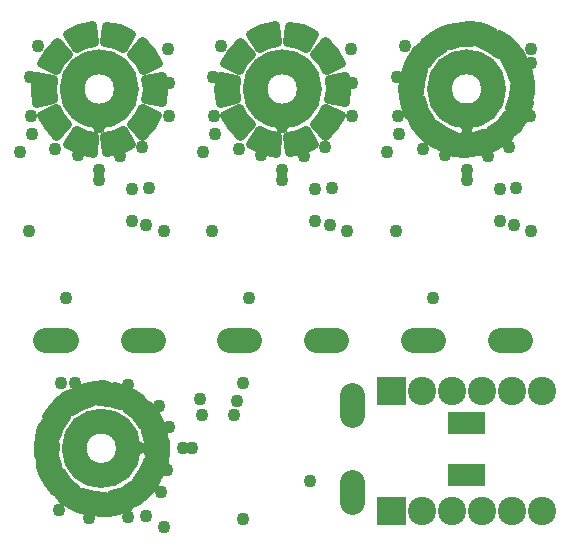
<source format=gbr>
%FSLAX34Y34*%
%MOMM*%
%LNSOLDERMASK_TOP*%
G71*
G01*
%ADD10C, 2.400*%
%ADD11R, 0.700X1.850*%
%ADD12C, 1.100*%
%ADD13C, 2.100*%
%ADD14C, 0.750*%
%ADD15R, 1.300X1.300*%
%LPD*%
G36*
X343597Y-459325D02*
X367597Y-459325D01*
X367597Y-483325D01*
X343597Y-483325D01*
X343597Y-459325D01*
G37*
X380997Y-471325D02*
G54D10*
D03*
X406397Y-471325D02*
G54D10*
D03*
X431797Y-471325D02*
G54D10*
D03*
X457197Y-471325D02*
G54D10*
D03*
X457197Y-369725D02*
G54D10*
D03*
X431797Y-369725D02*
G54D10*
D03*
X406397Y-369725D02*
G54D10*
D03*
X380997Y-369725D02*
G54D10*
D03*
G36*
X343597Y-357725D02*
X367597Y-357725D01*
X367597Y-381725D01*
X343597Y-381725D01*
X343597Y-357725D01*
G37*
X406600Y-441000D02*
G54D11*
D03*
X406600Y-397000D02*
G54D11*
D03*
X411600Y-441000D02*
G54D11*
D03*
X411600Y-397000D02*
G54D11*
D03*
X416600Y-441000D02*
G54D11*
D03*
X416600Y-397000D02*
G54D11*
D03*
X421600Y-441000D02*
G54D11*
D03*
X421600Y-397000D02*
G54D11*
D03*
X426600Y-441000D02*
G54D11*
D03*
X426600Y-397000D02*
G54D11*
D03*
X431600Y-441000D02*
G54D11*
D03*
X431600Y-397000D02*
G54D11*
D03*
X482597Y-471325D02*
G54D10*
D03*
X482597Y-369725D02*
G54D10*
D03*
X108000Y-146000D02*
G54D12*
D03*
X166000Y-80000D02*
G54D12*
D03*
X167000Y-109000D02*
G54D12*
D03*
X167000Y-137000D02*
G54D12*
D03*
X126000Y-171000D02*
G54D12*
D03*
X90000Y-170000D02*
G54D12*
D03*
X50000Y-137000D02*
G54D12*
D03*
X49000Y-104000D02*
G54D12*
D03*
X56000Y-78000D02*
G54D12*
D03*
G54D13*
X136500Y-326500D02*
X153500Y-326500D01*
G54D13*
X62500Y-326500D02*
X79500Y-326500D01*
X150000Y-198000D02*
G54D12*
D03*
X163000Y-234000D02*
G54D12*
D03*
X136000Y-226000D02*
G54D12*
D03*
X136000Y-199000D02*
G54D12*
D03*
X144000Y-163000D02*
G54D12*
D03*
X148000Y-229000D02*
G54D12*
D03*
X48500Y-234000D02*
G54D12*
D03*
X71000Y-165000D02*
G54D12*
D03*
X41000Y-167000D02*
G54D12*
D03*
X80000Y-291000D02*
G54D12*
D03*
X51000Y-152000D02*
G54D12*
D03*
X108000Y-183000D02*
G54D12*
D03*
X108000Y-191000D02*
G54D12*
D03*
G54D13*
G75*
G01X131000Y-114000D02*
G03X131000Y-114000I-23000J0D01*
G01*
G36*
X112250Y-74250D02*
X113644Y-60296D01*
X124687Y-62643D01*
X135000Y-67235D01*
X128000Y-79500D01*
X120500Y-76000D01*
X112250Y-74250D01*
G37*
G54D14*
X112250Y-74250D02*
X113644Y-60296D01*
X124687Y-62643D01*
X135000Y-67235D01*
X128000Y-79500D01*
X120500Y-76000D01*
X112250Y-74250D01*
G36*
X135119Y-84234D02*
X144449Y-73765D01*
X152003Y-82154D01*
X157648Y-91931D01*
X144775Y-97739D01*
X140765Y-90499D01*
X135119Y-84234D01*
G37*
G54D14*
X135119Y-84234D02*
X144449Y-73765D01*
X152003Y-82154D01*
X157648Y-91931D01*
X144775Y-97739D01*
X140765Y-90499D01*
X135119Y-84234D01*
G36*
X147170Y-105645D02*
X160872Y-102659D01*
X162052Y-113886D01*
X160872Y-125114D01*
X147044Y-122246D01*
X148055Y-114032D01*
X147170Y-105645D01*
G37*
G54D14*
X147170Y-105645D02*
X160872Y-102659D01*
X162052Y-113886D01*
X160872Y-125114D01*
X147044Y-122246D01*
X148055Y-114032D01*
X147170Y-105645D01*
G36*
X144491Y-130325D02*
X157332Y-135964D01*
X151687Y-145740D01*
X144133Y-154130D01*
X134631Y-143682D01*
X140277Y-137631D01*
X144491Y-130325D01*
G37*
G54D14*
X144491Y-130325D02*
X157332Y-135964D01*
X151687Y-145740D01*
X144133Y-154130D01*
X134631Y-143682D01*
X140277Y-137631D01*
X144491Y-130325D01*
G36*
X128020Y-148712D02*
X135094Y-160821D01*
X124780Y-165413D01*
X113738Y-167760D01*
X112192Y-153723D01*
X120317Y-152146D01*
X128020Y-148712D01*
G37*
G54D14*
X128020Y-148712D02*
X135094Y-160821D01*
X124780Y-165413D01*
X113738Y-167760D01*
X112192Y-153723D01*
X120317Y-152146D01*
X128020Y-148712D01*
G36*
X103777Y-153852D02*
X102383Y-167806D01*
X91340Y-165459D01*
X81027Y-160867D01*
X88027Y-148602D01*
X95527Y-152102D01*
X103777Y-153852D01*
G37*
G54D14*
X103777Y-153852D02*
X102383Y-167806D01*
X91340Y-165459D01*
X81027Y-160867D01*
X88027Y-148602D01*
X95527Y-152102D01*
X103777Y-153852D01*
G36*
X81158Y-143618D02*
X71828Y-154087D01*
X64274Y-145698D01*
X58629Y-135921D01*
X71502Y-130113D01*
X75512Y-137353D01*
X81158Y-143618D01*
G37*
G54D14*
X81158Y-143618D02*
X71828Y-154087D01*
X64274Y-145698D01*
X58629Y-135921D01*
X71502Y-130113D01*
X75512Y-137353D01*
X81158Y-143618D01*
G36*
X68607Y-122457D02*
X54904Y-125443D01*
X53724Y-114216D01*
X54904Y-102988D01*
X68733Y-105856D01*
X67722Y-114070D01*
X68607Y-122457D01*
G37*
G54D14*
X68607Y-122457D02*
X54904Y-125443D01*
X53724Y-114216D01*
X54904Y-102988D01*
X68733Y-105856D01*
X67722Y-114070D01*
X68607Y-122457D01*
G36*
X71509Y-97675D02*
X58668Y-92036D01*
X64313Y-82260D01*
X71867Y-73870D01*
X81369Y-84318D01*
X75723Y-90369D01*
X71509Y-97675D01*
G37*
G54D14*
X71509Y-97675D02*
X58668Y-92036D01*
X64313Y-82260D01*
X71867Y-73870D01*
X81369Y-84318D01*
X75723Y-90369D01*
X71509Y-97675D01*
G36*
X87980Y-79287D02*
X80906Y-67178D01*
X91219Y-62586D01*
X102262Y-60239D01*
X103808Y-74277D01*
X95683Y-75854D01*
X87980Y-79287D01*
G37*
G54D14*
X87980Y-79287D02*
X80906Y-67178D01*
X91219Y-62586D01*
X102262Y-60239D01*
X103808Y-74277D01*
X95683Y-75854D01*
X87980Y-79287D01*
X155000Y-114000D02*
G54D15*
D03*
X62000Y-114000D02*
G54D15*
D03*
G36*
X117827Y-61810D02*
X130190Y-65827D01*
X126173Y-78190D01*
X113810Y-74173D01*
X117827Y-61810D01*
G37*
G36*
X147438Y-77921D02*
X155079Y-88438D01*
X144562Y-96079D01*
X136921Y-85562D01*
X147438Y-77921D01*
G37*
G36*
X155079Y-139562D02*
X147438Y-150079D01*
X136921Y-142438D01*
X144562Y-131921D01*
X155079Y-139562D01*
G37*
G36*
X130190Y-162174D02*
X117827Y-166190D01*
X113810Y-153827D01*
X126173Y-149810D01*
X130190Y-162174D01*
G37*
G36*
X98173Y-166191D02*
X85809Y-162173D01*
X89827Y-149809D01*
X102191Y-153827D01*
X98173Y-166191D01*
G37*
G36*
X69562Y-150079D02*
X61921Y-139562D01*
X72438Y-131921D01*
X80079Y-142438D01*
X69562Y-150079D01*
G37*
G36*
X69562Y-77921D02*
X80079Y-85562D01*
X72438Y-96079D01*
X61921Y-88438D01*
X69562Y-77921D01*
G37*
G36*
X98173Y-61810D02*
X102190Y-74173D01*
X89827Y-78190D01*
X85810Y-65827D01*
X98173Y-61810D01*
G37*
X263000Y-146000D02*
G54D12*
D03*
X321000Y-80000D02*
G54D12*
D03*
X322000Y-109000D02*
G54D12*
D03*
X322000Y-137000D02*
G54D12*
D03*
X281000Y-171000D02*
G54D12*
D03*
X245000Y-170000D02*
G54D12*
D03*
X205000Y-137000D02*
G54D12*
D03*
X204000Y-104000D02*
G54D12*
D03*
X211000Y-78000D02*
G54D12*
D03*
G54D13*
X291500Y-326500D02*
X308500Y-326500D01*
G54D13*
X217500Y-326500D02*
X234500Y-326500D01*
X305000Y-198000D02*
G54D12*
D03*
X318000Y-234000D02*
G54D12*
D03*
X291000Y-226000D02*
G54D12*
D03*
X291000Y-199000D02*
G54D12*
D03*
X299000Y-163000D02*
G54D12*
D03*
X303000Y-229000D02*
G54D12*
D03*
X203500Y-234000D02*
G54D12*
D03*
X226000Y-165000D02*
G54D12*
D03*
X196000Y-167000D02*
G54D12*
D03*
X235000Y-291000D02*
G54D12*
D03*
X206000Y-152000D02*
G54D12*
D03*
X263000Y-183000D02*
G54D12*
D03*
X263000Y-191000D02*
G54D12*
D03*
G54D13*
G75*
G01X286000Y-114000D02*
G03X286000Y-114000I-23000J0D01*
G01*
G36*
X267250Y-74250D02*
X268644Y-60296D01*
X279687Y-62643D01*
X290000Y-67235D01*
X283000Y-79500D01*
X275500Y-76000D01*
X267250Y-74250D01*
G37*
G54D14*
X267250Y-74250D02*
X268644Y-60296D01*
X279687Y-62643D01*
X290000Y-67235D01*
X283000Y-79500D01*
X275500Y-76000D01*
X267250Y-74250D01*
G36*
X290119Y-84234D02*
X299449Y-73765D01*
X307003Y-82154D01*
X312648Y-91931D01*
X299775Y-97739D01*
X295765Y-90499D01*
X290119Y-84234D01*
G37*
G54D14*
X290119Y-84234D02*
X299449Y-73765D01*
X307003Y-82154D01*
X312648Y-91931D01*
X299775Y-97739D01*
X295765Y-90499D01*
X290119Y-84234D01*
G36*
X302170Y-105645D02*
X315872Y-102659D01*
X317052Y-113886D01*
X315872Y-125114D01*
X302044Y-122246D01*
X303055Y-114032D01*
X302170Y-105645D01*
G37*
G54D14*
X302170Y-105645D02*
X315872Y-102659D01*
X317052Y-113886D01*
X315872Y-125114D01*
X302044Y-122246D01*
X303055Y-114032D01*
X302170Y-105645D01*
G36*
X299491Y-130325D02*
X312332Y-135964D01*
X306687Y-145740D01*
X299133Y-154130D01*
X289631Y-143682D01*
X295277Y-137631D01*
X299491Y-130325D01*
G37*
G54D14*
X299491Y-130325D02*
X312332Y-135964D01*
X306687Y-145740D01*
X299133Y-154130D01*
X289631Y-143682D01*
X295277Y-137631D01*
X299491Y-130325D01*
G36*
X283020Y-148712D02*
X290094Y-160821D01*
X279780Y-165413D01*
X268738Y-167760D01*
X267192Y-153723D01*
X275317Y-152146D01*
X283020Y-148712D01*
G37*
G54D14*
X283020Y-148712D02*
X290094Y-160821D01*
X279780Y-165413D01*
X268738Y-167760D01*
X267192Y-153723D01*
X275317Y-152146D01*
X283020Y-148712D01*
G36*
X258777Y-153852D02*
X257383Y-167806D01*
X246340Y-165459D01*
X236027Y-160867D01*
X243027Y-148602D01*
X250527Y-152102D01*
X258777Y-153852D01*
G37*
G54D14*
X258777Y-153852D02*
X257383Y-167806D01*
X246340Y-165459D01*
X236027Y-160867D01*
X243027Y-148602D01*
X250527Y-152102D01*
X258777Y-153852D01*
G36*
X236158Y-143618D02*
X226828Y-154087D01*
X219274Y-145698D01*
X213629Y-135921D01*
X226502Y-130113D01*
X230512Y-137353D01*
X236158Y-143618D01*
G37*
G54D14*
X236158Y-143618D02*
X226828Y-154087D01*
X219274Y-145698D01*
X213629Y-135921D01*
X226502Y-130113D01*
X230512Y-137353D01*
X236158Y-143618D01*
G36*
X223607Y-122457D02*
X209904Y-125443D01*
X208724Y-114216D01*
X209904Y-102988D01*
X223733Y-105856D01*
X222722Y-114070D01*
X223607Y-122457D01*
G37*
G54D14*
X223607Y-122457D02*
X209904Y-125443D01*
X208724Y-114216D01*
X209904Y-102988D01*
X223733Y-105856D01*
X222722Y-114070D01*
X223607Y-122457D01*
G36*
X226509Y-97675D02*
X213668Y-92036D01*
X219313Y-82260D01*
X226867Y-73870D01*
X236369Y-84318D01*
X230723Y-90369D01*
X226509Y-97675D01*
G37*
G54D14*
X226509Y-97675D02*
X213668Y-92036D01*
X219313Y-82260D01*
X226867Y-73870D01*
X236369Y-84318D01*
X230723Y-90369D01*
X226509Y-97675D01*
G36*
X242980Y-79287D02*
X235906Y-67178D01*
X246219Y-62586D01*
X257262Y-60239D01*
X258808Y-74277D01*
X250683Y-75854D01*
X242980Y-79287D01*
G37*
G54D14*
X242980Y-79287D02*
X235906Y-67178D01*
X246219Y-62586D01*
X257262Y-60239D01*
X258808Y-74277D01*
X250683Y-75854D01*
X242980Y-79287D01*
X310000Y-114000D02*
G54D15*
D03*
X217000Y-114000D02*
G54D15*
D03*
G36*
X272827Y-61810D02*
X285190Y-65827D01*
X281173Y-78190D01*
X268810Y-74173D01*
X272827Y-61810D01*
G37*
G36*
X302438Y-77921D02*
X310079Y-88438D01*
X299562Y-96079D01*
X291921Y-85562D01*
X302438Y-77921D01*
G37*
G36*
X310079Y-139562D02*
X302438Y-150079D01*
X291921Y-142438D01*
X299562Y-131921D01*
X310079Y-139562D01*
G37*
G36*
X285190Y-162174D02*
X272827Y-166190D01*
X268810Y-153827D01*
X281173Y-149810D01*
X285190Y-162174D01*
G37*
G36*
X253173Y-166191D02*
X240809Y-162173D01*
X244827Y-149809D01*
X257191Y-153827D01*
X253173Y-166191D01*
G37*
G36*
X224562Y-150079D02*
X216921Y-139562D01*
X227438Y-131921D01*
X235079Y-142438D01*
X224562Y-150079D01*
G37*
G36*
X224562Y-77921D02*
X235079Y-85562D01*
X227438Y-96079D01*
X216921Y-88438D01*
X224562Y-77921D01*
G37*
G36*
X253173Y-61810D02*
X257190Y-74173D01*
X244827Y-78190D01*
X240810Y-65827D01*
X253173Y-61810D01*
G37*
X141750Y-418250D02*
G54D12*
D03*
X75750Y-363250D02*
G54D12*
D03*
X87750Y-363250D02*
G54D12*
D03*
X132750Y-364250D02*
G54D12*
D03*
X166750Y-400250D02*
G54D12*
D03*
X165750Y-436250D02*
G54D12*
D03*
X132750Y-476250D02*
G54D12*
D03*
X99750Y-477250D02*
G54D12*
D03*
X73750Y-470250D02*
G54D12*
D03*
G54D13*
X322250Y-389750D02*
X322250Y-372750D01*
G54D13*
X322250Y-463750D02*
X322250Y-446750D01*
X193750Y-376250D02*
G54D12*
D03*
X229750Y-363250D02*
G54D12*
D03*
X221750Y-390250D02*
G54D12*
D03*
X194750Y-390250D02*
G54D12*
D03*
X158750Y-382250D02*
G54D12*
D03*
X224750Y-378250D02*
G54D12*
D03*
X229750Y-477750D02*
G54D12*
D03*
X160750Y-455250D02*
G54D12*
D03*
X162750Y-485250D02*
G54D12*
D03*
X286750Y-446250D02*
G54D12*
D03*
X147750Y-475250D02*
G54D12*
D03*
X178750Y-418250D02*
G54D12*
D03*
X186750Y-418250D02*
G54D12*
D03*
G36*
X149333Y-422292D02*
X161957Y-408286D01*
X161751Y-403191D01*
X158896Y-395651D01*
X155045Y-388832D01*
X149746Y-381958D01*
X147174Y-403900D01*
X149360Y-412045D01*
X149333Y-422292D01*
G37*
G54D14*
X149333Y-422292D02*
X161957Y-408286D01*
X161751Y-403191D01*
X158896Y-395651D01*
X155045Y-388832D01*
X149746Y-381958D01*
X147174Y-403900D01*
X149360Y-412045D01*
X149333Y-422292D01*
G36*
X139394Y-444797D02*
X157839Y-440886D01*
X160668Y-436643D01*
X162789Y-428865D01*
X163682Y-421085D01*
X163436Y-412409D01*
X148457Y-428648D01*
X145438Y-436522D01*
X139394Y-444797D01*
G37*
G54D14*
X139394Y-444797D02*
X157839Y-440886D01*
X160668Y-436643D01*
X162789Y-428865D01*
X163682Y-421085D01*
X163436Y-412409D01*
X148457Y-428648D01*
X145438Y-436522D01*
X139394Y-444797D01*
G36*
X117986Y-457125D02*
X135207Y-464802D01*
X139990Y-463033D01*
X146277Y-457987D01*
X151573Y-452217D01*
X156474Y-445054D01*
X134811Y-449387D01*
X127740Y-453984D01*
X117986Y-457125D01*
G37*
G54D14*
X117986Y-457125D02*
X135207Y-464802D01*
X139990Y-463033D01*
X146277Y-457987D01*
X151573Y-452217D01*
X156474Y-445054D01*
X134811Y-449387D01*
X127740Y-453984D01*
X117986Y-457125D01*
G36*
X93788Y-454844D02*
X103207Y-471178D01*
X108116Y-472557D01*
X116169Y-472171D01*
X123845Y-470616D01*
X132020Y-467701D01*
X111947Y-458474D01*
X103525Y-458036D01*
X93788Y-454844D01*
G37*
G54D14*
X93788Y-454844D02*
X103207Y-471178D01*
X108116Y-472557D01*
X116169Y-472171D01*
X123845Y-470616D01*
X132020Y-467701D01*
X111947Y-458474D01*
X103525Y-458036D01*
X93788Y-454844D01*
G36*
X75366Y-438120D02*
X73386Y-456871D01*
X76546Y-460872D01*
X83288Y-465294D01*
X90412Y-468547D01*
X98739Y-470994D01*
X87924Y-451730D01*
X81367Y-446426D01*
X75366Y-438120D01*
G37*
G54D14*
X75366Y-438120D02*
X73386Y-456871D01*
X76546Y-460872D01*
X83288Y-465294D01*
X90412Y-468547D01*
X98739Y-470994D01*
X87924Y-451730D01*
X81367Y-446426D01*
X75366Y-438120D01*
G36*
X70180Y-414193D02*
X57556Y-428199D01*
X57762Y-433294D01*
X60617Y-440834D01*
X64468Y-447653D01*
X69766Y-454527D01*
X72339Y-432586D01*
X70153Y-424440D01*
X70180Y-414193D01*
G37*
G54D14*
X70180Y-414193D02*
X57556Y-428199D01*
X57762Y-433294D01*
X60617Y-440834D01*
X64468Y-447653D01*
X69766Y-454527D01*
X72339Y-432586D01*
X70153Y-424440D01*
X70180Y-414193D01*
G36*
X80224Y-391677D02*
X61779Y-395588D01*
X58951Y-399831D01*
X56829Y-407609D01*
X55937Y-415390D01*
X56182Y-424065D01*
X71161Y-407826D01*
X74180Y-399952D01*
X80224Y-391677D01*
G37*
G54D14*
X80224Y-391677D02*
X61779Y-395588D01*
X58951Y-399831D01*
X56829Y-407609D01*
X55937Y-415390D01*
X56182Y-424065D01*
X71161Y-407826D01*
X74180Y-399952D01*
X80224Y-391677D01*
G36*
X101016Y-379157D02*
X83922Y-371420D01*
X79421Y-373156D01*
X73133Y-378201D01*
X67838Y-383971D01*
X62937Y-391134D01*
X84600Y-386801D01*
X91671Y-382205D01*
X101016Y-379157D01*
G37*
G54D14*
X101016Y-379157D02*
X83922Y-371420D01*
X79421Y-373156D01*
X73133Y-378201D01*
X67838Y-383971D01*
X62937Y-391134D01*
X84600Y-386801D01*
X91671Y-382205D01*
X101016Y-379157D01*
G36*
X125792Y-381877D02*
X116372Y-365544D01*
X111463Y-364165D01*
X103410Y-364551D01*
X95735Y-366106D01*
X87560Y-369021D01*
X107632Y-378248D01*
X116054Y-378685D01*
X125792Y-381877D01*
G37*
G54D14*
X125792Y-381877D02*
X116372Y-365544D01*
X111463Y-364165D01*
X103410Y-364551D01*
X95735Y-366106D01*
X87560Y-369021D01*
X107632Y-378248D01*
X116054Y-378685D01*
X125792Y-381877D01*
G36*
X144148Y-398365D02*
X146127Y-379614D01*
X142967Y-375613D01*
X136225Y-371192D01*
X129101Y-367938D01*
X120774Y-365491D01*
X131590Y-384755D01*
X138146Y-390059D01*
X144148Y-398365D01*
G37*
G54D14*
X144148Y-398365D02*
X146127Y-379614D01*
X142967Y-375613D01*
X136225Y-371192D01*
X129101Y-367938D01*
X120774Y-365491D01*
X131590Y-384755D01*
X138146Y-390059D01*
X144148Y-398365D01*
X136750Y-380250D02*
G54D15*
D03*
X107750Y-371250D02*
G54D15*
D03*
X81750Y-380250D02*
G54D15*
D03*
X64750Y-404250D02*
G54D15*
D03*
X64750Y-433250D02*
G54D15*
D03*
X82750Y-456250D02*
G54D15*
D03*
X109750Y-465250D02*
G54D15*
D03*
X136750Y-455250D02*
G54D15*
D03*
X153750Y-432250D02*
G54D15*
D03*
X153750Y-403250D02*
G54D15*
D03*
G54D13*
G75*
G01X132750Y-418250D02*
G03X132750Y-418250I-23000J0D01*
G01*
X419000Y-146000D02*
G54D12*
D03*
X474000Y-80000D02*
G54D12*
D03*
X474000Y-92000D02*
G54D12*
D03*
X473000Y-137000D02*
G54D12*
D03*
X437000Y-171000D02*
G54D12*
D03*
X401000Y-170000D02*
G54D12*
D03*
X361000Y-137000D02*
G54D12*
D03*
X360000Y-104000D02*
G54D12*
D03*
X367000Y-78000D02*
G54D12*
D03*
G54D13*
X447500Y-326500D02*
X464500Y-326500D01*
G54D13*
X373500Y-326500D02*
X390500Y-326500D01*
X461000Y-198000D02*
G54D12*
D03*
X474000Y-234000D02*
G54D12*
D03*
X447000Y-226000D02*
G54D12*
D03*
X447000Y-199000D02*
G54D12*
D03*
X455000Y-163000D02*
G54D12*
D03*
X459000Y-229000D02*
G54D12*
D03*
X359500Y-234000D02*
G54D12*
D03*
X382000Y-165000D02*
G54D12*
D03*
X352000Y-167000D02*
G54D12*
D03*
X391000Y-291000D02*
G54D12*
D03*
X362000Y-152000D02*
G54D12*
D03*
X419000Y-183000D02*
G54D12*
D03*
X419000Y-191000D02*
G54D12*
D03*
G36*
X414958Y-153583D02*
X428964Y-166207D01*
X434059Y-166001D01*
X441599Y-163146D01*
X448418Y-159295D01*
X455292Y-153996D01*
X433350Y-151424D01*
X425205Y-153610D01*
X414958Y-153583D01*
G37*
G54D14*
X414958Y-153583D02*
X428964Y-166207D01*
X434059Y-166001D01*
X441599Y-163146D01*
X448418Y-159295D01*
X455292Y-153996D01*
X433350Y-151424D01*
X425205Y-153610D01*
X414958Y-153583D01*
G36*
X392453Y-143644D02*
X396364Y-162089D01*
X400607Y-164918D01*
X408385Y-167039D01*
X416165Y-167932D01*
X424841Y-167686D01*
X408602Y-152707D01*
X400728Y-149688D01*
X392453Y-143644D01*
G37*
G54D14*
X392453Y-143644D02*
X396364Y-162089D01*
X400607Y-164918D01*
X408385Y-167039D01*
X416165Y-167932D01*
X424841Y-167686D01*
X408602Y-152707D01*
X400728Y-149688D01*
X392453Y-143644D01*
G36*
X380125Y-122236D02*
X372448Y-139457D01*
X374217Y-144239D01*
X379263Y-150527D01*
X385033Y-155823D01*
X392196Y-160724D01*
X387863Y-139061D01*
X383266Y-131990D01*
X380125Y-122236D01*
G37*
G54D14*
X380125Y-122236D02*
X372448Y-139457D01*
X374217Y-144239D01*
X379263Y-150527D01*
X385033Y-155823D01*
X392196Y-160724D01*
X387863Y-139061D01*
X383266Y-131990D01*
X380125Y-122236D01*
G36*
X382406Y-98038D02*
X366072Y-107457D01*
X364693Y-112366D01*
X365079Y-120419D01*
X366634Y-128095D01*
X369549Y-136270D01*
X378776Y-116197D01*
X379214Y-107775D01*
X382406Y-98038D01*
G37*
G54D14*
X382406Y-98038D02*
X366072Y-107457D01*
X364693Y-112366D01*
X365079Y-120419D01*
X366634Y-128095D01*
X369549Y-136270D01*
X378776Y-116197D01*
X379214Y-107775D01*
X382406Y-98038D01*
G36*
X399130Y-79616D02*
X380379Y-77636D01*
X376378Y-80796D01*
X371956Y-87538D01*
X368703Y-94662D01*
X366256Y-102989D01*
X385520Y-92174D01*
X390824Y-85617D01*
X399130Y-79616D01*
G37*
G54D14*
X399130Y-79616D02*
X380379Y-77636D01*
X376378Y-80796D01*
X371956Y-87538D01*
X368703Y-94662D01*
X366256Y-102989D01*
X385520Y-92174D01*
X390824Y-85617D01*
X399130Y-79616D01*
G36*
X423057Y-74430D02*
X409051Y-61806D01*
X403956Y-62012D01*
X396416Y-64867D01*
X389597Y-68718D01*
X382723Y-74017D01*
X404664Y-76589D01*
X412810Y-74403D01*
X423057Y-74430D01*
G37*
G54D14*
X423057Y-74430D02*
X409051Y-61806D01*
X403956Y-62012D01*
X396416Y-64867D01*
X389597Y-68718D01*
X382723Y-74017D01*
X404664Y-76589D01*
X412810Y-74403D01*
X423057Y-74430D01*
G36*
X445573Y-84474D02*
X441662Y-66029D01*
X437419Y-63201D01*
X429641Y-61079D01*
X421860Y-60187D01*
X413185Y-60432D01*
X429424Y-75411D01*
X437298Y-78430D01*
X445573Y-84474D01*
G37*
G54D14*
X445573Y-84474D02*
X441662Y-66029D01*
X437419Y-63201D01*
X429641Y-61079D01*
X421860Y-60187D01*
X413185Y-60432D01*
X429424Y-75411D01*
X437298Y-78430D01*
X445573Y-84474D01*
G36*
X458093Y-105266D02*
X465830Y-88172D01*
X464094Y-83671D01*
X459049Y-77383D01*
X453279Y-72088D01*
X446116Y-67187D01*
X450449Y-88850D01*
X455045Y-95921D01*
X458093Y-105266D01*
G37*
G54D14*
X458093Y-105266D02*
X465830Y-88172D01*
X464094Y-83671D01*
X459049Y-77383D01*
X453279Y-72088D01*
X446116Y-67187D01*
X450449Y-88850D01*
X455045Y-95921D01*
X458093Y-105266D01*
G36*
X455373Y-130042D02*
X471706Y-120622D01*
X473086Y-115713D01*
X472700Y-107660D01*
X471144Y-99985D01*
X468229Y-91810D01*
X459002Y-111882D01*
X458565Y-120304D01*
X455373Y-130042D01*
G37*
G54D14*
X455373Y-130042D02*
X471706Y-120622D01*
X473086Y-115713D01*
X472700Y-107660D01*
X471144Y-99985D01*
X468229Y-91810D01*
X459002Y-111882D01*
X458565Y-120304D01*
X455373Y-130042D01*
G36*
X438885Y-148398D02*
X457636Y-150377D01*
X461637Y-147217D01*
X466058Y-140475D01*
X469312Y-133351D01*
X471759Y-125024D01*
X452495Y-135840D01*
X447191Y-142396D01*
X438885Y-148398D01*
G37*
G54D14*
X438885Y-148398D02*
X457636Y-150377D01*
X461637Y-147217D01*
X466058Y-140475D01*
X469312Y-133351D01*
X471759Y-125024D01*
X452495Y-135840D01*
X447191Y-142396D01*
X438885Y-148398D01*
X457000Y-141000D02*
G54D15*
D03*
X466000Y-112000D02*
G54D15*
D03*
X457000Y-86000D02*
G54D15*
D03*
X433000Y-69000D02*
G54D15*
D03*
X404000Y-69000D02*
G54D15*
D03*
X381000Y-87000D02*
G54D15*
D03*
X372000Y-114000D02*
G54D15*
D03*
X382000Y-141000D02*
G54D15*
D03*
X405000Y-158000D02*
G54D15*
D03*
X434000Y-158000D02*
G54D15*
D03*
G54D13*
G75*
G01X442000Y-114000D02*
G03X442000Y-114000I-23000J0D01*
G01*
M02*

</source>
